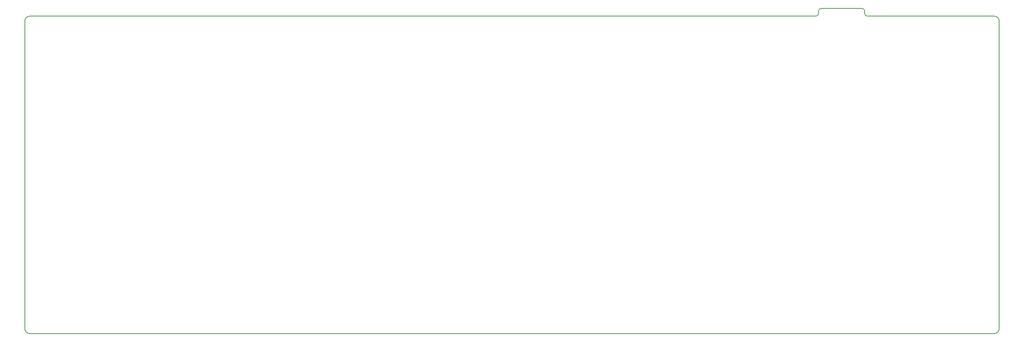
<source format=gm1>
G04 #@! TF.GenerationSoftware,KiCad,Pcbnew,5.0.1*
G04 #@! TF.CreationDate,2019-02-03T19:15:38-02:00*
G04 #@! TF.ProjectId,shark,736861726B2E6B696361645F70636200,V3.0.4*
G04 #@! TF.SameCoordinates,Original*
G04 #@! TF.FileFunction,Profile,NP*
%FSLAX46Y46*%
G04 Gerber Fmt 4.6, Leading zero omitted, Abs format (unit mm)*
G04 Created by KiCad (PCBNEW 5.0.1) date Sun 03 Feb 2019 07:15:38 PM -02*
%MOMM*%
%LPD*%
G01*
G04 APERTURE LIST*
%ADD10C,0.150000*%
G04 APERTURE END LIST*
D10*
X220009875Y-64149250D02*
X229509875Y-64149250D01*
X35650500Y-67118000D02*
G75*
G02X36838000Y-65930500I1187500J0D01*
G01*
X219416125Y-65336750D02*
X219416125Y-64743000D01*
X229509875Y-64149250D02*
G75*
G02X230103625Y-64743000I0J-593750D01*
G01*
X230697375Y-65930500D02*
G75*
G02X230103625Y-65336750I0J593750D01*
G01*
X219416125Y-64743000D02*
G75*
G02X220009875Y-64149250I593750J0D01*
G01*
X219416125Y-65336750D02*
G75*
G02X218822375Y-65930500I-593750J0D01*
G01*
X260088000Y-65930500D02*
G75*
G02X261275500Y-67118000I0J-1187500D01*
G01*
X261275500Y-138368000D02*
G75*
G02X260088000Y-139555500I-1187500J0D01*
G01*
X36838000Y-139555500D02*
G75*
G02X35650500Y-138368000I0J1187500D01*
G01*
X230103625Y-65336750D02*
X230103625Y-64743000D01*
X35650500Y-138368000D02*
X35650500Y-67118000D01*
X260088000Y-139555500D02*
X36838000Y-139555500D01*
X261275500Y-67118000D02*
X261275500Y-138368000D01*
X230697375Y-65930500D02*
X260088000Y-65930500D01*
X36838000Y-65930500D02*
X218822375Y-65930500D01*
M02*

</source>
